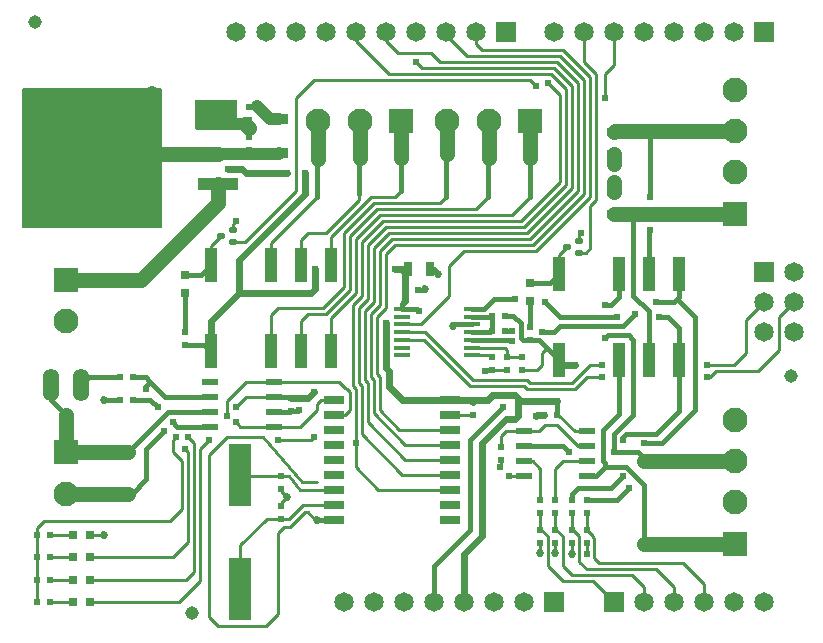
<source format=gbr>
%TF.GenerationSoftware,KiCad,Pcbnew,7.0.7*%
%TF.CreationDate,2023-10-02T21:57:18-04:00*%
%TF.ProjectId,vehicle_controL_module_0.1.0,76656869-636c-4655-9f63-6f6e74726f4c,rev?*%
%TF.SameCoordinates,Original*%
%TF.FileFunction,Copper,L1,Top*%
%TF.FilePolarity,Positive*%
%FSLAX46Y46*%
G04 Gerber Fmt 4.6, Leading zero omitted, Abs format (unit mm)*
G04 Created by KiCad (PCBNEW 7.0.7) date 2023-10-02 21:57:18*
%MOMM*%
%LPD*%
G01*
G04 APERTURE LIST*
G04 Aperture macros list*
%AMRoundRect*
0 Rectangle with rounded corners*
0 $1 Rounding radius*
0 $2 $3 $4 $5 $6 $7 $8 $9 X,Y pos of 4 corners*
0 Add a 4 corners polygon primitive as box body*
4,1,4,$2,$3,$4,$5,$6,$7,$8,$9,$2,$3,0*
0 Add four circle primitives for the rounded corners*
1,1,$1+$1,$2,$3*
1,1,$1+$1,$4,$5*
1,1,$1+$1,$6,$7*
1,1,$1+$1,$8,$9*
0 Add four rect primitives between the rounded corners*
20,1,$1+$1,$2,$3,$4,$5,0*
20,1,$1+$1,$4,$5,$6,$7,0*
20,1,$1+$1,$6,$7,$8,$9,0*
20,1,$1+$1,$8,$9,$2,$3,0*%
G04 Aperture macros list end*
%TA.AperFunction,SMDPad,CuDef*%
%ADD10R,1.400000X0.600000*%
%TD*%
%TA.AperFunction,SMDPad,CuDef*%
%ADD11R,1.778000X0.762000*%
%TD*%
%TA.AperFunction,SMDPad,CuDef*%
%ADD12R,1.930400X5.334000*%
%TD*%
%TA.AperFunction,SMDPad,CuDef*%
%ADD13RoundRect,0.571500X0.000000X0.000000X0.000000X0.000000X0.000000X0.000000X0.000000X0.000000X0*%
%TD*%
%TA.AperFunction,SMDPad,CuDef*%
%ADD14R,1.450000X0.450000*%
%TD*%
%TA.AperFunction,SMDPad,CuDef*%
%ADD15R,8.600000X10.700000*%
%TD*%
%TA.AperFunction,SMDPad,CuDef*%
%ADD16R,3.400000X1.000000*%
%TD*%
%TA.AperFunction,SMDPad,CuDef*%
%ADD17RoundRect,0.057500X0.267500X-0.172500X0.267500X0.172500X-0.267500X0.172500X-0.267500X-0.172500X0*%
%TD*%
%TA.AperFunction,SMDPad,CuDef*%
%ADD18R,1.100000X3.000000*%
%TD*%
%TA.AperFunction,SMDPad,CuDef*%
%ADD19R,0.600000X0.500000*%
%TD*%
%TA.AperFunction,SMDPad,CuDef*%
%ADD20R,0.500000X0.600000*%
%TD*%
%TA.AperFunction,SMDPad,CuDef*%
%ADD21R,0.700000X1.300000*%
%TD*%
%TA.AperFunction,ComponentPad*%
%ADD22C,2.100000*%
%TD*%
%TA.AperFunction,ComponentPad*%
%ADD23R,2.100000X2.100000*%
%TD*%
%TA.AperFunction,SMDPad,CuDef*%
%ADD24R,1.600000X0.900000*%
%TD*%
%TA.AperFunction,SMDPad,CuDef*%
%ADD25R,0.800000X0.800000*%
%TD*%
%TA.AperFunction,ComponentPad*%
%ADD26O,1.371600X2.743200*%
%TD*%
%TA.AperFunction,ComponentPad*%
%ADD27C,1.651000*%
%TD*%
%TA.AperFunction,ComponentPad*%
%ADD28R,1.651000X1.651000*%
%TD*%
%TA.AperFunction,SMDPad,CuDef*%
%ADD29R,1.300000X0.700000*%
%TD*%
%TA.AperFunction,ViaPad*%
%ADD30C,0.609600*%
%TD*%
%TA.AperFunction,ViaPad*%
%ADD31C,0.685800*%
%TD*%
%TA.AperFunction,ViaPad*%
%ADD32C,0.904800*%
%TD*%
%TA.AperFunction,Conductor*%
%ADD33C,0.406400*%
%TD*%
%TA.AperFunction,Conductor*%
%ADD34C,0.254000*%
%TD*%
%TA.AperFunction,Conductor*%
%ADD35C,1.270000*%
%TD*%
%TA.AperFunction,Conductor*%
%ADD36C,1.016000*%
%TD*%
%TA.AperFunction,Conductor*%
%ADD37C,0.609600*%
%TD*%
G04 APERTURE END LIST*
D10*
%TO.P,U1,8*%
%TO.N,N$9*%
X130757750Y-114204950D03*
%TO.P,U1,7*%
%TO.N,CANH*%
X130757750Y-112934950D03*
%TO.P,U1,6*%
%TO.N,CANL*%
X130757750Y-111664950D03*
%TO.P,U1,5*%
%TO.N,N/C*%
X130757750Y-110394950D03*
%TO.P,U1,4*%
%TO.N,RX_CAN*%
X136157750Y-110394950D03*
%TO.P,U1,3*%
%TO.N,+5V*%
X136157750Y-111664950D03*
%TO.P,U1,2*%
%TO.N,GND*%
X136157750Y-112934950D03*
%TO.P,U1,1*%
%TO.N,TX_CAN*%
X136157750Y-114204950D03*
%TD*%
D11*
%TO.P,U2,18*%
%TO.N,+5V*%
X151072650Y-111918950D03*
%TO.P,U2,17*%
%TO.N,RST_N*%
X151072650Y-113188950D03*
%TO.P,U2,16*%
%TO.N,CS_B*%
X151072650Y-114458950D03*
%TO.P,U2,15*%
%TO.N,MISO_B*%
X151072650Y-115728950D03*
%TO.P,U2,14*%
%TO.N,MOSI_B*%
X151072650Y-116998950D03*
%TO.P,U2,13*%
%TO.N,SCK_B*%
X151072650Y-118268950D03*
%TO.P,U2,12*%
%TO.N,INT*%
X151072650Y-119538950D03*
%TO.P,U2,11*%
%TO.N,N/C*%
X151072650Y-120808950D03*
%TO.P,U2,10*%
X151072650Y-122078950D03*
%TO.P,U2,9*%
%TO.N,GND*%
X141242850Y-122078950D03*
%TO.P,U2,8*%
%TO.N,N$17*%
X141242850Y-120808950D03*
%TO.P,U2,7*%
%TO.N,N$16*%
X141242850Y-119538950D03*
%TO.P,U2,6*%
%TO.N,N/C*%
X141242850Y-118268950D03*
%TO.P,U2,5*%
X141242850Y-116998950D03*
%TO.P,U2,4*%
X141242850Y-115728950D03*
%TO.P,U2,3*%
X141242850Y-114458950D03*
%TO.P,U2,2*%
%TO.N,RX_CAN*%
X141242850Y-113188950D03*
%TO.P,U2,1*%
%TO.N,TX_CAN*%
X141242850Y-111918950D03*
%TD*%
D12*
%TO.P,X1,2*%
%TO.N,N$16*%
X133330750Y-118268950D03*
%TO.P,X1,1*%
%TO.N,N$17*%
X133330750Y-127920950D03*
%TD*%
D13*
%TO.P,TP1,T*%
%TO.N,N/C*%
X129266750Y-129952950D03*
%TD*%
%TO.P,TP2,T*%
%TO.N,N/C*%
X179939750Y-109886950D03*
%TD*%
%TO.P,TP3,T*%
%TO.N,N/C*%
X115931750Y-79914950D03*
%TD*%
D14*
%TO.P,U5,P$14*%
%TO.N,SPOOF_SIGNAL_A*%
X152917750Y-104253950D03*
%TO.P,U5,P$13*%
%TO.N,N$7*%
X152917750Y-104903950D03*
%TO.P,U5,P$12*%
%TO.N,GND*%
X152917750Y-105553950D03*
%TO.P,U5,P$11*%
%TO.N,N$7*%
X152917750Y-106203950D03*
%TO.P,U5,P$10*%
%TO.N,SPOOF_SIGNAL_B*%
X152917750Y-106853950D03*
%TO.P,U5,P$9*%
%TO.N,SHDN*%
X152917750Y-107503950D03*
%TO.P,U5,P$8*%
%TO.N,LDAC*%
X152917750Y-108153950D03*
%TO.P,U5,P$7*%
%TO.N,N/C*%
X147017750Y-108153950D03*
%TO.P,U5,P$6*%
X147017750Y-107503950D03*
%TO.P,U5,P$5*%
%TO.N,MOSI_A*%
X147017750Y-106853950D03*
%TO.P,U5,P$4*%
%TO.N,SCK_A*%
X147017750Y-106203950D03*
%TO.P,U5,P$3*%
%TO.N,CS_A*%
X147017750Y-105553950D03*
%TO.P,U5,P$2*%
%TO.N,N/C*%
X147017750Y-104903950D03*
%TO.P,U5,P$1*%
%TO.N,+5V*%
X147017750Y-104253950D03*
%TD*%
D15*
%TO.P,U4,P$4*%
%TO.N,GND*%
X120825750Y-91090950D03*
D16*
%TO.P,U4,P$3*%
%TO.N,+5V*%
X131425750Y-88550950D03*
%TO.P,U4,P$2*%
%TO.N,GND*%
X131425750Y-91090950D03*
%TO.P,U4,P$1*%
%TO.N,V+*%
X131425750Y-93630950D03*
%TD*%
D17*
%TO.P,Q1,P$3*%
%TO.N,N$3*%
X160982750Y-98964950D03*
%TO.P,Q1,P$2*%
%TO.N,GND*%
X162032750Y-98464950D03*
%TO.P,Q1,P$1*%
%TO.N,SPOOF_EN*%
X162032750Y-99464950D03*
%TD*%
D18*
%TO.P,RELAY1,P$12*%
%TO.N,N$3*%
X160281750Y-101288950D03*
%TO.P,RELAY1,P$10*%
%TO.N,SIGNAL_INPUT_B*%
X165361750Y-101288950D03*
%TO.P,RELAY1,P$9*%
%TO.N,SIGNAL_OUTPUT_B*%
X167901750Y-101288950D03*
%TO.P,RELAY1,P$8*%
%TO.N,SPOOF_SIGNAL_B*%
X170441750Y-101288950D03*
%TO.P,RELAY1,P$5*%
%TO.N,SPOOF_SIGNAL_A*%
X170441750Y-108578950D03*
%TO.P,RELAY1,P$4*%
%TO.N,SIGNAL_OUTPUT_A*%
X167901750Y-108578950D03*
%TO.P,RELAY1,P$3*%
%TO.N,SIGNAL_INPUT_A*%
X165361750Y-108578950D03*
%TO.P,RELAY1,P$1*%
%TO.N,+5V*%
X160281750Y-108578950D03*
%TD*%
D19*
%TO.P,R9,P$2*%
%TO.N,GND*%
X154666750Y-109420950D03*
%TO.P,R9,P$1*%
%TO.N,LDAC*%
X154666750Y-108320950D03*
%TD*%
%TO.P,R12,P$2*%
%TO.N,GND*%
X155936750Y-109420950D03*
%TO.P,R12,P$1*%
%TO.N,SHDN*%
X155936750Y-108320950D03*
%TD*%
%TO.P,R11,P$2*%
%TO.N,SHDN*%
X157206750Y-108320950D03*
%TO.P,R11,P$1*%
%TO.N,+5V*%
X157206750Y-109420950D03*
%TD*%
D20*
%TO.P,C2,P$2*%
%TO.N,GND*%
X148358750Y-102647950D03*
%TO.P,C2,P$1*%
%TO.N,+5V*%
X147258750Y-102647950D03*
%TD*%
D21*
%TO.P,C5,P$2*%
%TO.N,GND*%
X149393750Y-100869950D03*
%TO.P,C5,P$1*%
%TO.N,+5V*%
X147493750Y-100869950D03*
%TD*%
D20*
%TO.P,R10,P$2*%
%TO.N,N$7*%
X154624750Y-106076950D03*
%TO.P,R10,P$1*%
%TO.N,+3V3*%
X155724750Y-106076950D03*
%TD*%
%TO.P,R3,P$2*%
%TO.N,N$7*%
X154624750Y-104806950D03*
%TO.P,R3,P$1*%
%TO.N,+5V*%
X155724750Y-104806950D03*
%TD*%
D19*
%TO.P,C6,P$2*%
%TO.N,GND*%
X137648750Y-112849950D03*
%TO.P,C6,P$1*%
%TO.N,+5V*%
X137648750Y-111749950D03*
%TD*%
D22*
%TO.P,CON1,P$2*%
%TO.N,GND*%
X118598750Y-105258950D03*
D23*
%TO.P,CON1,P$1*%
%TO.N,V+*%
X118598750Y-101758950D03*
%TD*%
D22*
%TO.P,CON2,P$2*%
%TO.N,CANL*%
X118598750Y-119863950D03*
D23*
%TO.P,CON2,P$1*%
%TO.N,CANH*%
X118598750Y-116363950D03*
%TD*%
D22*
%TO.P,CON4,P$4*%
%TO.N,GND*%
X175240750Y-85670950D03*
%TO.P,CON4,P$3*%
%TO.N,SIGNAL_OUTPUT_B*%
X175240750Y-89170950D03*
%TO.P,CON4,P$2*%
%TO.N,GND*%
X175240750Y-92670950D03*
D23*
%TO.P,CON4,P$1*%
%TO.N,SIGNAL_OUTPUT_A*%
X175240750Y-96170950D03*
%TD*%
D22*
%TO.P,CON3,P$4*%
%TO.N,GND*%
X175240750Y-113610950D03*
%TO.P,CON3,P$3*%
%TO.N,SIGNAL_INPUT_B*%
X175240750Y-117110950D03*
%TO.P,CON3,P$2*%
%TO.N,GND*%
X175240750Y-120610950D03*
D23*
%TO.P,CON3,P$1*%
%TO.N,SIGNAL_INPUT_A*%
X175240750Y-124110950D03*
%TD*%
D24*
%TO.P,C3,P$2*%
%TO.N,GND*%
X136632750Y-91016950D03*
%TO.P,C3,P$1*%
%TO.N,N$4*%
X136632750Y-88116950D03*
%TD*%
D19*
%TO.P,C1,P$2*%
%TO.N,GND*%
X134092750Y-90751950D03*
%TO.P,C1,P$1*%
%TO.N,+5V*%
X134092750Y-89651950D03*
%TD*%
%TO.P,R8,P$2*%
%TO.N,N$4*%
X134092750Y-87111950D03*
%TO.P,R8,P$1*%
%TO.N,+5V*%
X134092750Y-88211950D03*
%TD*%
D25*
%TO.P,D2,ANODE*%
%TO.N,N$6*%
X119118750Y-123348950D03*
%TO.P,D2,CATHODE*%
%TO.N,GND*%
X120618750Y-123348950D03*
%TD*%
D20*
%TO.P,R4,P$2*%
%TO.N,+5V*%
X116143750Y-123348950D03*
%TO.P,R4,P$1*%
%TO.N,N$6*%
X117243750Y-123348950D03*
%TD*%
D25*
%TO.P,D3,ANODE*%
%TO.N,N$1*%
X119118750Y-125253950D03*
%TO.P,D3,CATHODE*%
%TO.N,TX_CAN*%
X120618750Y-125253950D03*
%TD*%
D20*
%TO.P,R5,P$2*%
%TO.N,+5V*%
X116143750Y-125253950D03*
%TO.P,R5,P$1*%
%TO.N,N$1*%
X117243750Y-125253950D03*
%TD*%
D25*
%TO.P,D4,ANODE*%
%TO.N,N$5*%
X119118750Y-127158950D03*
%TO.P,D4,CATHODE*%
%TO.N,RX_CAN*%
X120618750Y-127158950D03*
%TD*%
D20*
%TO.P,R6,P$2*%
%TO.N,+5V*%
X116143750Y-127158950D03*
%TO.P,R6,P$1*%
%TO.N,N$5*%
X117243750Y-127158950D03*
%TD*%
D25*
%TO.P,D5,ANODE*%
%TO.N,N$8*%
X119118750Y-129063950D03*
%TO.P,D5,CATHODE*%
%TO.N,INT*%
X120618750Y-129063950D03*
%TD*%
D20*
%TO.P,R7,P$2*%
%TO.N,+5V*%
X116143750Y-129063950D03*
%TO.P,R7,P$1*%
%TO.N,N$8*%
X117243750Y-129063950D03*
%TD*%
D26*
%TO.P,JP6,2*%
%TO.N,N$2*%
X119868750Y-110648950D03*
%TO.P,JP6,1*%
%TO.N,CANH*%
X117328750Y-110648950D03*
%TD*%
D20*
%TO.P,R13,P$2*%
%TO.N,N$2*%
X123128750Y-110013950D03*
%TO.P,R13,P$1*%
%TO.N,CANL*%
X124228750Y-110013950D03*
%TD*%
D19*
%TO.P,C7,P$2*%
%TO.N,N$16*%
X136759750Y-118353950D03*
%TO.P,C7,P$1*%
%TO.N,GND*%
X136759750Y-119453950D03*
%TD*%
%TO.P,C4,P$2*%
%TO.N,N$17*%
X136759750Y-121993950D03*
%TO.P,C4,P$1*%
%TO.N,GND*%
X136759750Y-120893950D03*
%TD*%
D20*
%TO.P,R14,P$2*%
%TO.N,GND*%
X123128750Y-111918950D03*
%TO.P,R14,P$1*%
%TO.N,N$9*%
X124228750Y-111918950D03*
%TD*%
D19*
%TO.P,R2,P$2*%
%TO.N,RST_N*%
X153015750Y-113230950D03*
%TO.P,R2,P$1*%
%TO.N,+5V*%
X153015750Y-112130950D03*
%TD*%
D25*
%TO.P,D1,ANODE*%
%TO.N,N$10*%
X157841750Y-103524950D03*
%TO.P,D1,CATHODE*%
%TO.N,N$3*%
X157841750Y-102024950D03*
%TD*%
D19*
%TO.P,R1,P$2*%
%TO.N,+5V*%
X157841750Y-106880950D03*
%TO.P,R1,P$1*%
%TO.N,N$10*%
X157841750Y-105780950D03*
%TD*%
%TO.P,R15,P$2*%
%TO.N,ADC0*%
X158730750Y-121485950D03*
%TO.P,R15,P$1*%
%TO.N,N$13*%
X158730750Y-120385950D03*
%TD*%
%TO.P,R16,P$2*%
%TO.N,ADC1*%
X160000750Y-121485950D03*
%TO.P,R16,P$1*%
%TO.N,N$12*%
X160000750Y-120385950D03*
%TD*%
%TO.P,R17,P$2*%
%TO.N,GND*%
X158730750Y-124025950D03*
%TO.P,R17,P$1*%
%TO.N,ADC0*%
X158730750Y-122925950D03*
%TD*%
%TO.P,R18,P$2*%
%TO.N,GND*%
X160000750Y-124025950D03*
%TO.P,R18,P$1*%
%TO.N,ADC1*%
X160000750Y-122925950D03*
%TD*%
%TO.P,R19,P$2*%
%TO.N,ADC2*%
X161397750Y-121485950D03*
%TO.P,R19,P$1*%
%TO.N,SPOOF_SIGNAL_A*%
X161397750Y-120385950D03*
%TD*%
%TO.P,R20,P$2*%
%TO.N,ADC3*%
X162667750Y-121485950D03*
%TO.P,R20,P$1*%
%TO.N,SPOOF_SIGNAL_B*%
X162667750Y-120385950D03*
%TD*%
%TO.P,R21,P$2*%
%TO.N,GND*%
X161397750Y-124025950D03*
%TO.P,R21,P$1*%
%TO.N,ADC2*%
X161397750Y-122925950D03*
%TD*%
%TO.P,R22,P$2*%
%TO.N,GND*%
X162667750Y-124025950D03*
%TO.P,R22,P$1*%
%TO.N,ADC3*%
X162667750Y-122925950D03*
%TD*%
D27*
%TO.P,JP1,18*%
%TO.N,N/C*%
X132949750Y-80803950D03*
%TO.P,JP1,17*%
X135489750Y-80803950D03*
%TO.P,JP1,16*%
%TO.N,REF*%
X138029750Y-80803950D03*
%TO.P,JP1,15*%
%TO.N,GND*%
X140569750Y-80803950D03*
%TO.P,JP1,14*%
%TO.N,SCK_B*%
X143109750Y-80803950D03*
%TO.P,JP1,13*%
%TO.N,MISO_B*%
X145649750Y-80803950D03*
%TO.P,JP1,12*%
%TO.N,MOSI_B*%
X148189750Y-80803950D03*
%TO.P,JP1,11*%
%TO.N,CS_B*%
X150729750Y-80803950D03*
%TO.P,JP1,10*%
%TO.N,CS_A*%
X153269750Y-80803950D03*
D28*
%TO.P,JP1,9*%
%TO.N,IO8*%
X155809750Y-80803950D03*
%TD*%
D27*
%TO.P,JP2,8*%
%TO.N,INT*%
X159873750Y-80803950D03*
%TO.P,JP2,7*%
%TO.N,SPOOF_EN*%
X162413750Y-80803950D03*
%TO.P,JP2,6*%
%TO.N,RELAY_EN*%
X164953750Y-80803950D03*
%TO.P,JP2,5*%
%TO.N,IO4*%
X167493750Y-80803950D03*
%TO.P,JP2,4*%
%TO.N,IO3*%
X170033750Y-80803950D03*
%TO.P,JP2,3*%
%TO.N,IO2*%
X172573750Y-80803950D03*
%TO.P,JP2,2*%
%TO.N,IO1*%
X175113750Y-80803950D03*
D28*
%TO.P,JP2,1*%
%TO.N,IO0*%
X177653750Y-80803950D03*
%TD*%
D27*
%TO.P,JP3,38*%
%TO.N,N/C*%
X180193750Y-101123950D03*
%TO.P,JP3,37*%
%TO.N,MOSI_A*%
X180193750Y-103663950D03*
%TO.P,JP3,36*%
%TO.N,GND*%
X180193750Y-106203950D03*
%TO.P,JP3,35*%
%TO.N,N/C*%
X177653750Y-106203950D03*
%TO.P,JP3,34*%
%TO.N,SCK_A*%
X177653750Y-103663950D03*
D28*
%TO.P,JP3,33*%
%TO.N,MISO_A*%
X177653750Y-101123950D03*
%TD*%
D27*
%TO.P,JP4,32*%
%TO.N,ADC5*%
X177653750Y-129063950D03*
%TO.P,JP4,31*%
%TO.N,ADC4*%
X175113750Y-129063950D03*
%TO.P,JP4,30*%
%TO.N,ADC3*%
X172573750Y-129063950D03*
%TO.P,JP4,29*%
%TO.N,ADC2*%
X170033750Y-129063950D03*
%TO.P,JP4,28*%
%TO.N,ADC1*%
X167493750Y-129063950D03*
D28*
%TO.P,JP4,27*%
%TO.N,ADC0*%
X164953750Y-129063950D03*
%TD*%
%TO.P,JP5,26*%
%TO.N,VIN*%
X159873750Y-129063950D03*
D27*
%TO.P,JP5,25*%
%TO.N,GND*%
X157333750Y-129063950D03*
%TO.P,JP5,24*%
X154793750Y-129063950D03*
%TO.P,JP5,23*%
%TO.N,+5V*%
X152253750Y-129063950D03*
%TO.P,JP5,22*%
%TO.N,+3V3*%
X149713750Y-129063950D03*
%TO.P,JP5,21*%
%TO.N,RST*%
X147173750Y-129063950D03*
%TO.P,JP5,20*%
%TO.N,ADC7*%
X144633750Y-129063950D03*
%TO.P,JP5,19*%
%TO.N,ADC6*%
X142093750Y-129063950D03*
%TD*%
D10*
%TO.P,U6,8*%
%TO.N,+5V*%
X162700750Y-114585950D03*
%TO.P,U6,7*%
%TO.N,N$11*%
X162700750Y-115855950D03*
%TO.P,U6,6*%
%TO.N,N$12*%
X162700750Y-117125950D03*
%TO.P,U6,5*%
%TO.N,SIGNAL_INPUT_A*%
X162700750Y-118395950D03*
%TO.P,U6,4*%
%TO.N,GND*%
X157300750Y-118395950D03*
%TO.P,U6,3*%
%TO.N,N$13*%
X157300750Y-117125950D03*
%TO.P,U6,2*%
%TO.N,SIGNAL_INPUT_B*%
X157300750Y-115855950D03*
%TO.P,U6,1*%
%TO.N,N$11*%
X157300750Y-114585950D03*
%TD*%
D19*
%TO.P,R23,P$2*%
%TO.N,GND*%
X155428750Y-117040950D03*
%TO.P,R23,P$1*%
%TO.N,N$11*%
X155428750Y-115940950D03*
%TD*%
D20*
%TO.P,C8,P$2*%
%TO.N,GND*%
X159069750Y-113188950D03*
%TO.P,C8,P$1*%
%TO.N,+5V*%
X160169750Y-113188950D03*
%TD*%
D29*
%TO.P,C9,P$2*%
%TO.N,GND*%
X164953750Y-94331950D03*
%TO.P,C9,P$1*%
%TO.N,SIGNAL_OUTPUT_A*%
X164953750Y-96231950D03*
%TD*%
%TO.P,C10,P$2*%
%TO.N,GND*%
X164953750Y-91151950D03*
%TO.P,C10,P$1*%
%TO.N,SIGNAL_OUTPUT_B*%
X164953750Y-89251950D03*
%TD*%
D17*
%TO.P,Q10,P$3*%
%TO.N,N$25*%
X131645750Y-98075950D03*
%TO.P,Q10,P$2*%
%TO.N,GND*%
X132695750Y-97575950D03*
%TO.P,Q10,P$1*%
%TO.N,RELAY_EN*%
X132695750Y-98575950D03*
%TD*%
D18*
%TO.P,RELAY2,P$12*%
%TO.N,N$25*%
X130817750Y-100526950D03*
%TO.P,RELAY2,P$10*%
%TO.N,RELAY_NC_B*%
X135897750Y-100526950D03*
%TO.P,RELAY2,P$9*%
%TO.N,RELAY_COM_B*%
X138437750Y-100526950D03*
%TO.P,RELAY2,P$8*%
%TO.N,RELAY_NO_B*%
X140977750Y-100526950D03*
%TO.P,RELAY2,P$5*%
%TO.N,RELAY_NO_A*%
X140977750Y-107816950D03*
%TO.P,RELAY2,P$4*%
%TO.N,RELAY_COM_A*%
X138437750Y-107816950D03*
%TO.P,RELAY2,P$3*%
%TO.N,RELAY_NC_A*%
X135897750Y-107816950D03*
%TO.P,RELAY2,P$1*%
%TO.N,+5V*%
X130817750Y-107816950D03*
%TD*%
D25*
%TO.P,D17,ANODE*%
%TO.N,N$34*%
X128631750Y-102889950D03*
%TO.P,D17,CATHODE*%
%TO.N,N$25*%
X128631750Y-101389950D03*
%TD*%
D19*
%TO.P,R103,P$2*%
%TO.N,+5V*%
X128631750Y-107261950D03*
%TO.P,R103,P$1*%
%TO.N,N$34*%
X128631750Y-106161950D03*
%TD*%
D22*
%TO.P,CON9,P$3*%
%TO.N,RELAY_NC_A*%
X150841750Y-88296950D03*
%TO.P,CON9,P$2*%
%TO.N,RELAY_COM_A*%
X154341750Y-88296950D03*
D23*
%TO.P,CON9,P$1*%
%TO.N,RELAY_NO_A*%
X157841750Y-88296950D03*
%TD*%
D22*
%TO.P,CON10,P$3*%
%TO.N,RELAY_NC_B*%
X139919750Y-88296950D03*
%TO.P,CON10,P$2*%
%TO.N,RELAY_COM_B*%
X143419750Y-88296950D03*
D23*
%TO.P,CON10,P$1*%
%TO.N,RELAY_NO_B*%
X146919750Y-88296950D03*
%TD*%
D30*
%TO.N,RELAY_EN*%
X164191750Y-86391950D03*
X158349750Y-85375950D03*
%TO.N,INT*%
X143109750Y-115601950D03*
X139553750Y-115093950D03*
X136505750Y-115347950D03*
X130663750Y-115347950D03*
X159365750Y-85121950D03*
%TO.N,N$9*%
X126345750Y-112553950D03*
X127615750Y-113823950D03*
%TO.N,+3V3*%
X155555750Y-112553950D03*
X156317750Y-106076950D03*
%TO.N,SIGNAL_INPUT_B*%
X164191750Y-103917950D03*
X164191750Y-106711950D03*
X164953750Y-116363950D03*
X161143750Y-116363950D03*
%TO.N,SPOOF_SIGNAL_A*%
X165715750Y-118395950D03*
X165715750Y-115347950D03*
X168763750Y-104933950D03*
X165207750Y-104933950D03*
X159111750Y-103663950D03*
X156571750Y-103409950D03*
%TO.N,SPOOF_SIGNAL_B*%
X167493750Y-115601950D03*
X166223750Y-119411950D03*
X168509750Y-103663950D03*
X166731750Y-104679950D03*
X158857750Y-106203950D03*
X156317750Y-106965950D03*
%TO.N,SIGNAL_OUTPUT_B*%
X168001750Y-94773950D03*
X168001750Y-97567950D03*
%TO.N,+5V*%
X161651750Y-108997950D03*
X160127750Y-112045950D03*
X132314750Y-92360950D03*
X137267750Y-92741950D03*
X138791750Y-92741950D03*
X132695750Y-87407950D03*
X131425750Y-87407950D03*
X130155750Y-87407950D03*
X139680750Y-100869950D03*
X146411750Y-100869950D03*
X148443750Y-104425950D03*
X145649750Y-105441950D03*
X139553750Y-111283950D03*
X145903750Y-110775950D03*
X132949750Y-112553950D03*
X127869750Y-115093950D03*
%TO.N,SCK_A*%
X163937750Y-108997950D03*
X172827750Y-108997950D03*
%TO.N,MOSI_B*%
X148189750Y-83343950D03*
%TO.N,MOSI_A*%
X163937750Y-110013950D03*
X172827750Y-110013950D03*
%TO.N,CANL*%
X125329750Y-111029950D03*
X126853750Y-114585950D03*
%TO.N,RX_CAN*%
X132187750Y-113315950D03*
X128885750Y-115093950D03*
%TO.N,TX_CAN*%
X132949750Y-113823950D03*
X128631750Y-116109950D03*
%TO.N,GND*%
X158349750Y-113315950D03*
X132949750Y-96805950D03*
X154031750Y-109505950D03*
X155301750Y-117633950D03*
X156063750Y-118395950D03*
X162159750Y-97821950D03*
X164953750Y-91979950D03*
X164953750Y-93503950D03*
X138283750Y-112807950D03*
X162667750Y-124999950D03*
D31*
X161397750Y-124999950D03*
X137267750Y-120173950D03*
D32*
X115677750Y-96551950D03*
X125837750Y-85756950D03*
X125837750Y-87026950D03*
X125837750Y-88296950D03*
X125837750Y-89566950D03*
X125837750Y-90836950D03*
X125837750Y-92106950D03*
X125837750Y-93376950D03*
X125837750Y-94646950D03*
X125837750Y-95916950D03*
X115677750Y-86391950D03*
X115677750Y-87661950D03*
X115677750Y-88931950D03*
X115677750Y-90201950D03*
X115677750Y-91471950D03*
X115677750Y-92741950D03*
X115677750Y-94011950D03*
X115677750Y-95281950D03*
D31*
X150094750Y-101250950D03*
X148951750Y-102520950D03*
X151364750Y-105695950D03*
X139807750Y-122078950D03*
X158730750Y-124872950D03*
X160000750Y-124872950D03*
X121773750Y-123348950D03*
X121773750Y-111918950D03*
%TD*%
D33*
%TO.N,RELAY_NC_B*%
X139807750Y-91695950D02*
X139919750Y-91583950D01*
X139807750Y-94773950D02*
X139807750Y-91695950D01*
D34*
X135897750Y-98683950D02*
X139807750Y-94773950D01*
X135897750Y-100526950D02*
X135897750Y-98683950D01*
D35*
X139919750Y-91583950D02*
X139919750Y-88296950D01*
D33*
%TO.N,RELAY_NO_B*%
X146919750Y-94265950D02*
X146919750Y-91471950D01*
D34*
X146411750Y-94773950D02*
X146919750Y-94265950D01*
X144379750Y-94773950D02*
X146411750Y-94773950D01*
X140977750Y-98175950D02*
X144379750Y-94773950D01*
X140977750Y-100526950D02*
X140977750Y-98175950D01*
D35*
X146919750Y-91471950D02*
X146919750Y-88296950D01*
D33*
%TO.N,RELAY_NO_A*%
X157841750Y-94773950D02*
X157841750Y-91471950D01*
D34*
X156317750Y-96297950D02*
X157841750Y-94773950D01*
X145141750Y-96297950D02*
X156317750Y-96297950D01*
X143109750Y-98329950D02*
X145141750Y-96297950D01*
X143109750Y-98583950D02*
X143109750Y-98329950D01*
D35*
X157841750Y-91471950D02*
X157841750Y-88296950D01*
D34*
X140977750Y-105033950D02*
X143109750Y-102901950D01*
X143109750Y-102901950D02*
X143109750Y-98583950D01*
X140977750Y-107816950D02*
X140977750Y-105033950D01*
%TO.N,RELAY_NC_A*%
X142093750Y-102393950D02*
X142093750Y-97821950D01*
D33*
X150729750Y-90313950D02*
X150841750Y-90201950D01*
X150729750Y-94773950D02*
X150729750Y-90313950D01*
D34*
X150221750Y-95281950D02*
X150729750Y-94773950D01*
X144633750Y-95281950D02*
X150221750Y-95281950D01*
X142093750Y-97821950D02*
X144633750Y-95281950D01*
D35*
X150841750Y-90201950D02*
X150841750Y-91105950D01*
X150841750Y-90201950D02*
X150841750Y-88296950D01*
D34*
X140315750Y-104171950D02*
X142093750Y-102393950D01*
X136505750Y-104171950D02*
X140315750Y-104171950D01*
X135897750Y-104779950D02*
X136505750Y-104171950D01*
X135897750Y-107816950D02*
X135897750Y-104779950D01*
D33*
%TO.N,N$34*%
X128631750Y-106161950D02*
X128631750Y-102889950D01*
D34*
%TO.N,N$25*%
X130817750Y-98903950D02*
X131645750Y-98075950D01*
X130817750Y-100526950D02*
X130817750Y-98903950D01*
D33*
X129954750Y-101389950D02*
X130817750Y-100526950D01*
X128631750Y-101389950D02*
X129954750Y-101389950D01*
D34*
%TO.N,RELAY_EN*%
X164953750Y-83597950D02*
X164953750Y-80803950D01*
X164191750Y-84359950D02*
X164953750Y-83597950D01*
X164191750Y-86391950D02*
X164191750Y-84359950D01*
X157841750Y-84867950D02*
X158349750Y-85375950D01*
X139553750Y-84867950D02*
X157841750Y-84867950D01*
X138029750Y-86391950D02*
X139553750Y-84867950D01*
X138029750Y-94265950D02*
X138029750Y-86391950D01*
X133719750Y-98575950D02*
X138029750Y-94265950D01*
X132695750Y-98575950D02*
X133719750Y-98575950D01*
%TO.N,RELAY_COM_A*%
X142601750Y-102647950D02*
X142601750Y-98075950D01*
D33*
X154285750Y-90765950D02*
X154341750Y-90709950D01*
X154285750Y-94773950D02*
X154285750Y-90765950D01*
D34*
X153269750Y-95789950D02*
X154285750Y-94773950D01*
X144887750Y-95789950D02*
X153269750Y-95789950D01*
X142601750Y-98075950D02*
X144887750Y-95789950D01*
X140569750Y-104679950D02*
X142601750Y-102647950D01*
X139045750Y-104679950D02*
X140569750Y-104679950D01*
X138437750Y-105287950D02*
X139045750Y-104679950D01*
X138437750Y-107816950D02*
X138437750Y-105287950D01*
D35*
X154341750Y-90709950D02*
X154341750Y-91415950D01*
X154341750Y-90709950D02*
X154341750Y-88296950D01*
D33*
%TO.N,RELAY_COM_B*%
X143363750Y-90003950D02*
X143419750Y-89947950D01*
X143363750Y-94519950D02*
X143363750Y-90003950D01*
D34*
X143363750Y-95027950D02*
X143363750Y-94519950D01*
X140569750Y-97821950D02*
X143363750Y-95027950D01*
X139045750Y-97821950D02*
X140569750Y-97821950D01*
X138437750Y-98429950D02*
X139045750Y-97821950D01*
X138437750Y-100526950D02*
X138437750Y-98429950D01*
D35*
X143419750Y-89947950D02*
X143419750Y-91415950D01*
X143419750Y-89947950D02*
X143419750Y-88296950D01*
D34*
%TO.N,N$13*%
X158095750Y-117125950D02*
X157300750Y-117125950D01*
X158730750Y-117760950D02*
X158095750Y-117125950D01*
X158730750Y-120385950D02*
X158730750Y-117760950D01*
%TO.N,N$12*%
X160000750Y-117760950D02*
X160000750Y-120385950D01*
X160635750Y-117125950D02*
X160000750Y-117760950D01*
X162700750Y-117125950D02*
X160635750Y-117125950D01*
%TO.N,N$11*%
X155428750Y-114966950D02*
X155809750Y-114585950D01*
X155428750Y-115940950D02*
X155428750Y-114966950D01*
X155809750Y-114585950D02*
X157300750Y-114585950D01*
X161905750Y-115855950D02*
X160127750Y-114077950D01*
X162700750Y-115855950D02*
X161905750Y-115855950D01*
X160127750Y-114077950D02*
X159111750Y-114077950D01*
X158603750Y-114585950D02*
X159111750Y-114077950D01*
X158603750Y-114585950D02*
X157300750Y-114585950D01*
%TO.N,SPOOF_EN*%
X162921750Y-95535950D02*
X163429750Y-95027950D01*
X162413750Y-83343950D02*
X162413750Y-80803950D01*
X163429750Y-84359950D02*
X162413750Y-83343950D01*
X163429750Y-95027950D02*
X163429750Y-84359950D01*
X162921750Y-99091950D02*
X162921750Y-95535950D01*
X162548750Y-99464950D02*
X162921750Y-99091950D01*
X162032750Y-99464950D02*
X162548750Y-99464950D01*
%TO.N,INT*%
X139299750Y-115347950D02*
X139553750Y-115093950D01*
X136505750Y-115347950D02*
X139299750Y-115347950D01*
X129901750Y-116109950D02*
X130663750Y-115347950D01*
X129901750Y-127285950D02*
X129901750Y-116109950D01*
X128123750Y-129063950D02*
X129901750Y-127285950D01*
X120618750Y-129063950D02*
X128123750Y-129063950D01*
X145395750Y-96805950D02*
X157079750Y-96805950D01*
X160381750Y-86137950D02*
X159365750Y-85121950D01*
X160381750Y-93503950D02*
X160381750Y-86137950D01*
X157079750Y-96805950D02*
X160381750Y-93503950D01*
X143617750Y-103155950D02*
X143617750Y-98583950D01*
X143617750Y-98583950D02*
X145395750Y-96805950D01*
X142855750Y-110775950D02*
X142855750Y-103917950D01*
X143109750Y-111029950D02*
X142855750Y-110775950D01*
X143109750Y-115601950D02*
X143109750Y-111029950D01*
X143109750Y-117633950D02*
X143109750Y-115601950D01*
X142855750Y-103917950D02*
X143617750Y-103155950D01*
X145014750Y-119538950D02*
X143109750Y-117633950D01*
X151072650Y-119538950D02*
X145014750Y-119538950D01*
D33*
%TO.N,N$10*%
X157841750Y-103524950D02*
X157841750Y-105780950D01*
%TO.N,N$9*%
X125710750Y-111918950D02*
X126345750Y-112553950D01*
X124228750Y-111918950D02*
X125710750Y-111918950D01*
X127996750Y-114204950D02*
X127615750Y-113823950D01*
X130757750Y-114204950D02*
X127996750Y-114204950D01*
%TO.N,N$2*%
X120503750Y-110013950D02*
X119868750Y-110648950D01*
X123128750Y-110013950D02*
X120503750Y-110013950D01*
D34*
%TO.N,N$8*%
X117243750Y-129063950D02*
X119118750Y-129063950D01*
%TO.N,N$5*%
X117243750Y-127158950D02*
X119118750Y-127158950D01*
%TO.N,N$1*%
X117243750Y-125253950D02*
X119118750Y-125253950D01*
%TO.N,N$6*%
X117243750Y-123348950D02*
X119118750Y-123348950D01*
%TO.N,N$4*%
X134177750Y-87026950D02*
X134092750Y-87111950D01*
X134727750Y-87026950D02*
X134177750Y-87026950D01*
D36*
X135817750Y-88116950D02*
X134727750Y-87026950D01*
X136632750Y-88116950D02*
X135817750Y-88116950D01*
D33*
%TO.N,N$7*%
X154624750Y-106076950D02*
X154624750Y-104806950D01*
X154624750Y-104806950D02*
X154527750Y-104903950D01*
X152917750Y-104903950D02*
X154527750Y-104903950D01*
X154497750Y-106203950D02*
X154624750Y-106076950D01*
X152917750Y-106203950D02*
X154497750Y-106203950D01*
%TO.N,+3V3*%
X152761750Y-115347950D02*
X155555750Y-112553950D01*
X152761750Y-122967950D02*
X152761750Y-115347950D01*
X149713750Y-126015950D02*
X152761750Y-122967950D01*
X149713750Y-129063950D02*
X149713750Y-126015950D01*
X155724750Y-106076950D02*
X156317750Y-106076950D01*
D34*
%TO.N,SHDN*%
X155936750Y-108320950D02*
X157206750Y-108320950D01*
X155936750Y-107727950D02*
X155712750Y-107503950D01*
X155936750Y-108320950D02*
X155936750Y-107727950D01*
X152917750Y-107503950D02*
X155712750Y-107503950D01*
%TO.N,LDAC*%
X154499750Y-108153950D02*
X154666750Y-108320950D01*
X152917750Y-108153950D02*
X154499750Y-108153950D01*
D33*
%TO.N,SIGNAL_INPUT_B*%
X165361750Y-103255950D02*
X164699750Y-103917950D01*
X165361750Y-101288950D02*
X165361750Y-103255950D01*
X164953750Y-114839950D02*
X166604750Y-113188950D01*
X164699750Y-103917950D02*
X164191750Y-103917950D01*
X164445750Y-106457950D02*
X164191750Y-106711950D01*
X166223750Y-106457950D02*
X164445750Y-106457950D01*
X166604750Y-106838950D02*
X166223750Y-106457950D01*
X166604750Y-113188950D02*
X166604750Y-106838950D01*
X164953750Y-116363950D02*
X164953750Y-114839950D01*
X167015750Y-116363950D02*
X167762750Y-117110950D01*
X167015750Y-116363950D02*
X164953750Y-116363950D01*
X160635750Y-115855950D02*
X161143750Y-116363950D01*
X157300750Y-115855950D02*
X160635750Y-115855950D01*
D35*
X167762750Y-117110950D02*
X167493750Y-117125950D01*
X167762750Y-117110950D02*
X175240750Y-117110950D01*
D33*
%TO.N,SIGNAL_INPUT_A*%
X164064750Y-114458950D02*
X165361750Y-113161950D01*
X164064750Y-117125950D02*
X164064750Y-114458950D01*
X164191750Y-117252950D02*
X164064750Y-117125950D01*
X164191750Y-117633950D02*
X164191750Y-117252950D01*
X165361750Y-113161950D02*
X165361750Y-108578950D01*
X167493750Y-119157950D02*
X167493750Y-124110950D01*
X165969750Y-117633950D02*
X167493750Y-119157950D01*
X164191750Y-117633950D02*
X165969750Y-117633950D01*
X163429750Y-118395950D02*
X164191750Y-117633950D01*
X162700750Y-118395950D02*
X163429750Y-118395950D01*
D35*
X167493750Y-124110950D02*
X175240750Y-124110950D01*
D33*
%TO.N,SIGNAL_OUTPUT_A*%
X166604750Y-96551950D02*
X166223750Y-96170950D01*
X166604750Y-103155950D02*
X166604750Y-96551950D01*
X167901750Y-104452950D02*
X166604750Y-103155950D01*
X167901750Y-108578950D02*
X167901750Y-104452950D01*
D35*
X165014750Y-96170950D02*
X164953750Y-96231950D01*
X166223750Y-96170950D02*
X165014750Y-96170950D01*
X166223750Y-96170950D02*
X175240750Y-96170950D01*
D33*
%TO.N,SPOOF_SIGNAL_A*%
X164699750Y-119411950D02*
X165715750Y-118395950D01*
X161905750Y-119411950D02*
X164699750Y-119411950D01*
X161397750Y-119919950D02*
X161905750Y-119411950D01*
X161397750Y-120385950D02*
X161397750Y-119919950D01*
X165715750Y-115093950D02*
X165715750Y-115347950D01*
X165969750Y-114839950D02*
X165715750Y-115093950D01*
X168509750Y-114839950D02*
X165969750Y-114839950D01*
X170441750Y-112907950D02*
X168509750Y-114839950D01*
X170441750Y-108578950D02*
X170441750Y-112907950D01*
X170441750Y-105849950D02*
X169525750Y-104933950D01*
X170441750Y-105849950D02*
X170441750Y-108578950D01*
X153949750Y-104253950D02*
X154793750Y-103409950D01*
X169525750Y-104933950D02*
X168763750Y-104933950D01*
X160381750Y-104933950D02*
X165207750Y-104933950D01*
X159111750Y-103663950D02*
X160381750Y-104933950D01*
X154793750Y-103409950D02*
X156571750Y-103409950D01*
X152917750Y-104253950D02*
X153949750Y-104253950D01*
%TO.N,SPOOF_SIGNAL_B*%
X169017750Y-115601950D02*
X171811750Y-112807950D01*
X171811750Y-104933950D02*
X170287750Y-103409950D01*
X171811750Y-112807950D02*
X171811750Y-104933950D01*
X167493750Y-115601950D02*
X169017750Y-115601950D01*
X165249750Y-120385950D02*
X166223750Y-119411950D01*
X162667750Y-120385950D02*
X165249750Y-120385950D01*
X170287750Y-103409950D02*
X170033750Y-103663950D01*
X170287750Y-103409950D02*
X170441750Y-103255950D01*
X170441750Y-101288950D02*
X170441750Y-103255950D01*
X160381750Y-105695950D02*
X165715750Y-105695950D01*
X170033750Y-103663950D02*
X168509750Y-103663950D01*
X165715750Y-105695950D02*
X166731750Y-104679950D01*
X159873750Y-106203950D02*
X160381750Y-105695950D01*
X158857750Y-106203950D02*
X159873750Y-106203950D01*
X156205750Y-106853950D02*
X156317750Y-106965950D01*
X152917750Y-106853950D02*
X156205750Y-106853950D01*
%TO.N,SIGNAL_OUTPUT_B*%
X168001750Y-94773950D02*
X168001750Y-89170950D01*
X167901750Y-97667950D02*
X168001750Y-97567950D01*
X167901750Y-101288950D02*
X167901750Y-97667950D01*
D35*
X165034750Y-89170950D02*
X164953750Y-89251950D01*
X168001750Y-89170950D02*
X165034750Y-89170950D01*
X168001750Y-89170950D02*
X175240750Y-89170950D01*
D33*
%TO.N,N$3*%
X159545750Y-102024950D02*
X160281750Y-101288950D01*
X157841750Y-102024950D02*
X159545750Y-102024950D01*
D34*
X160281750Y-99665950D02*
X160982750Y-98964950D01*
X160281750Y-101288950D02*
X160281750Y-99665950D01*
D37*
%TO.N,+5V*%
X130817750Y-105287950D02*
X133203750Y-102901950D01*
D33*
X160169750Y-113188950D02*
X160169750Y-112087950D01*
X160169750Y-112087950D02*
X160127750Y-112045950D01*
D37*
X160700750Y-108997950D02*
X160281750Y-108578950D01*
X161651750Y-108997950D02*
X160700750Y-108997950D01*
X160127750Y-112045950D02*
X157079750Y-112045950D01*
X133457750Y-92360950D02*
X132314750Y-92360950D01*
X133838750Y-92741950D02*
X133457750Y-92360950D01*
X137267750Y-92741950D02*
X133838750Y-92741950D01*
X138791750Y-94519950D02*
X138791750Y-92741950D01*
X133203750Y-100107950D02*
X138791750Y-94519950D01*
X133203750Y-102901950D02*
X133203750Y-100107950D01*
D33*
X156825750Y-111791950D02*
X157079750Y-112045950D01*
D37*
X147258750Y-101208950D02*
X146919750Y-100869950D01*
X147258750Y-102647950D02*
X147258750Y-101208950D01*
X130817750Y-107816950D02*
X130817750Y-105287950D01*
X133203750Y-102901950D02*
X139299750Y-102901950D01*
X139680750Y-102520950D02*
X139299750Y-102901950D01*
X139680750Y-100869950D02*
X139680750Y-102520950D01*
X146919750Y-100869950D02*
X146411750Y-100869950D01*
X146919750Y-100869950D02*
X147493750Y-100869950D01*
X147258750Y-103578950D02*
X147173750Y-103663950D01*
X147258750Y-103578950D02*
X147258750Y-102647950D01*
D33*
X147173750Y-103663950D02*
X147017750Y-103819950D01*
X147017750Y-104253950D02*
X147017750Y-103819950D01*
X148271750Y-104253950D02*
X148443750Y-104425950D01*
X148271750Y-104253950D02*
X147017750Y-104253950D01*
D37*
X145649750Y-109251950D02*
X145649750Y-105441950D01*
X145903750Y-109505950D02*
X145649750Y-109251950D01*
X145903750Y-110775950D02*
X145903750Y-109505950D01*
X153015750Y-112130950D02*
X153015750Y-111918950D01*
X139087750Y-111749950D02*
X139553750Y-111283950D01*
X137648750Y-111749950D02*
X139087750Y-111749950D01*
X147046750Y-111918950D02*
X145903750Y-110775950D01*
X151072650Y-111918950D02*
X147046750Y-111918950D01*
X156825750Y-113315950D02*
X156825750Y-111791950D01*
X156571750Y-113569950D02*
X156825750Y-113315950D01*
X155809750Y-113569950D02*
X156571750Y-113569950D01*
X153777750Y-115601950D02*
X155809750Y-113569950D01*
X153015750Y-111918950D02*
X151072650Y-111918950D01*
X153015750Y-111918950D02*
X154285750Y-111918950D01*
X154666750Y-111537950D02*
X154285750Y-111918950D01*
X156571750Y-111537950D02*
X154666750Y-111537950D01*
X156825750Y-111791950D02*
X156571750Y-111537950D01*
X152253750Y-124999950D02*
X153777750Y-123475950D01*
X153777750Y-123475950D02*
X153777750Y-115601950D01*
X152253750Y-129063950D02*
X152253750Y-124999950D01*
D33*
X156444750Y-104806950D02*
X157079750Y-105441950D01*
X155724750Y-104806950D02*
X156444750Y-104806950D01*
X157079750Y-105441950D02*
X157079750Y-106711950D01*
X157248750Y-106880950D02*
X157079750Y-106711950D01*
X157841750Y-106880950D02*
X157248750Y-106880950D01*
D34*
X158857750Y-107981950D02*
X159271250Y-107568450D01*
X158857750Y-108997950D02*
X158857750Y-107981950D01*
X158434750Y-109420950D02*
X158857750Y-108997950D01*
X157206750Y-109420950D02*
X158434750Y-109420950D01*
D33*
X160281750Y-108578950D02*
X159271250Y-107568450D01*
X159271250Y-107568450D02*
X158583750Y-106880950D01*
X158583750Y-106880950D02*
X157841750Y-106880950D01*
D34*
X133838750Y-111664950D02*
X132949750Y-112553950D01*
X136157750Y-111664950D02*
X133838750Y-111664950D01*
X128377750Y-117125950D02*
X127615750Y-116363950D01*
X127615750Y-115347950D02*
X127869750Y-115093950D01*
X127615750Y-116363950D02*
X127615750Y-115347950D01*
X128377750Y-121189950D02*
X128377750Y-117125950D01*
X127361750Y-122205950D02*
X128377750Y-121189950D01*
X116693750Y-122205950D02*
X127361750Y-122205950D01*
X116143750Y-122755950D02*
X116693750Y-122205950D01*
X116143750Y-123348950D02*
X116143750Y-122755950D01*
D33*
X130817750Y-107816950D02*
X130262750Y-107261950D01*
X128631750Y-107261950D02*
X130262750Y-107261950D01*
X137563750Y-111664950D02*
X137648750Y-111749950D01*
X137563750Y-111664950D02*
X136157750Y-111664950D01*
D34*
X161651750Y-114585950D02*
X160254750Y-113188950D01*
X162700750Y-114585950D02*
X161651750Y-114585950D01*
X160254750Y-113188950D02*
X160169750Y-113188950D01*
X116143750Y-125253950D02*
X116143750Y-123348950D01*
X116143750Y-127158950D02*
X116143750Y-125253950D01*
X116143750Y-129063950D02*
X116143750Y-127158950D01*
X134050750Y-88211950D02*
X133711750Y-88550950D01*
X134092750Y-88211950D02*
X134050750Y-88211950D01*
X134092750Y-89651950D02*
X134092750Y-88931950D01*
D35*
X133711750Y-88550950D02*
X134092750Y-88931950D01*
D36*
X131425750Y-88550950D02*
X133711750Y-88550950D01*
D34*
%TO.N,CS_A*%
X162921750Y-94773950D02*
X162921750Y-84613950D01*
X152253750Y-99345950D02*
X158349750Y-99345950D01*
X150983750Y-100615950D02*
X152253750Y-99345950D01*
X150983750Y-103155950D02*
X150983750Y-100615950D01*
X148585750Y-105553950D02*
X150983750Y-103155950D01*
X147017750Y-105553950D02*
X148585750Y-105553950D01*
X158349750Y-99345950D02*
X162921750Y-94773950D01*
X153777750Y-82327950D02*
X160635750Y-82327950D01*
X162921750Y-84613950D02*
X160635750Y-82327950D01*
X153269750Y-81819950D02*
X153777750Y-82327950D01*
X153269750Y-80803950D02*
X153269750Y-81819950D01*
%TO.N,CS_B*%
X152507750Y-82835950D02*
X150729750Y-81057950D01*
X160381750Y-82835950D02*
X152507750Y-82835950D01*
X162413750Y-84867950D02*
X160381750Y-82835950D01*
X162413750Y-94519950D02*
X162413750Y-84867950D01*
X158095750Y-98837950D02*
X162413750Y-94519950D01*
X146411750Y-98837950D02*
X158095750Y-98837950D01*
X145649750Y-99599950D02*
X146411750Y-98837950D01*
X145141750Y-112807950D02*
X146792750Y-114458950D01*
X145141750Y-110013950D02*
X145141750Y-112807950D01*
X144887750Y-109759950D02*
X145141750Y-110013950D01*
X144887750Y-104933950D02*
X144887750Y-109759950D01*
X145649750Y-104171950D02*
X144887750Y-104933950D01*
X145649750Y-104171950D02*
X145649750Y-99599950D01*
X146792750Y-114458950D02*
X151072650Y-114458950D01*
X150729750Y-81057950D02*
X150729750Y-80803950D01*
%TO.N,SCK_B*%
X145903750Y-84359950D02*
X143109750Y-81565950D01*
X145649750Y-97313950D02*
X157333750Y-97313950D01*
X159619750Y-84359950D02*
X145903750Y-84359950D01*
X160889750Y-85629950D02*
X159619750Y-84359950D01*
X160889750Y-93757950D02*
X160889750Y-85629950D01*
X157333750Y-97313950D02*
X160889750Y-93757950D01*
X144125750Y-103409950D02*
X144125750Y-98837950D01*
X144125750Y-98837950D02*
X145649750Y-97313950D01*
X143363750Y-110521950D02*
X143363750Y-104171950D01*
X143617750Y-110775950D02*
X143363750Y-110521950D01*
X143617750Y-114839950D02*
X143617750Y-110775950D01*
X143363750Y-104171950D02*
X144125750Y-103409950D01*
X147046750Y-118268950D02*
X143617750Y-114839950D01*
X151072650Y-118268950D02*
X147046750Y-118268950D01*
X143109750Y-81565950D02*
X143109750Y-80803950D01*
%TO.N,SCK_A*%
X148951750Y-106203950D02*
X153015750Y-110267950D01*
X147017750Y-106203950D02*
X148951750Y-106203950D01*
X153015750Y-110267950D02*
X157587750Y-110267950D01*
X157841750Y-110521950D02*
X157587750Y-110267950D01*
X161397750Y-110521950D02*
X157841750Y-110521950D01*
X162921750Y-108997950D02*
X161397750Y-110521950D01*
X163937750Y-108997950D02*
X162921750Y-108997950D01*
X175113750Y-108997950D02*
X172827750Y-108997950D01*
X176129750Y-107981950D02*
X175113750Y-108997950D01*
X176129750Y-105187950D02*
X176129750Y-107981950D01*
X177653750Y-103663950D02*
X176129750Y-105187950D01*
%TO.N,MOSI_B*%
X159873750Y-83851950D02*
X148697750Y-83851950D01*
X148697750Y-83851950D02*
X148189750Y-83343950D01*
X145903750Y-97821950D02*
X157587750Y-97821950D01*
X161397750Y-85375950D02*
X159873750Y-83851950D01*
X161397750Y-94011950D02*
X161397750Y-85375950D01*
X157587750Y-97821950D02*
X161397750Y-94011950D01*
X144633750Y-103663950D02*
X144633750Y-99091950D01*
X144633750Y-99091950D02*
X145903750Y-97821950D01*
X143871750Y-104425950D02*
X144633750Y-103663950D01*
X143871750Y-110267950D02*
X143871750Y-104425950D01*
X144125750Y-110521950D02*
X143871750Y-110267950D01*
X144125750Y-113823950D02*
X144125750Y-110521950D01*
X147300750Y-116998950D02*
X144125750Y-113823950D01*
X151072650Y-116998950D02*
X147300750Y-116998950D01*
%TO.N,MOSI_A*%
X148839750Y-106853950D02*
X152761750Y-110775950D01*
X147017750Y-106853950D02*
X148839750Y-106853950D01*
X152761750Y-110775950D02*
X157333750Y-110775950D01*
X162667750Y-110013950D02*
X161651750Y-111029950D01*
X157587750Y-111029950D02*
X157333750Y-110775950D01*
X161651750Y-111029950D02*
X157587750Y-111029950D01*
X163937750Y-110013950D02*
X162667750Y-110013950D01*
X173081750Y-110013950D02*
X172827750Y-110013950D01*
X173589750Y-109505950D02*
X173081750Y-110013950D01*
X178923750Y-107727950D02*
X177145750Y-109505950D01*
X177145750Y-109505950D02*
X173589750Y-109505950D01*
X178923750Y-104933950D02*
X178923750Y-107727950D01*
X180193750Y-103663950D02*
X178923750Y-104933950D01*
%TO.N,MISO_B*%
X146665750Y-82581950D02*
X145649750Y-81565950D01*
X149459750Y-82581950D02*
X146665750Y-82581950D01*
X150221750Y-83343950D02*
X149459750Y-82581950D01*
X160127750Y-83343950D02*
X150221750Y-83343950D01*
X161905750Y-85121950D02*
X160127750Y-83343950D01*
X161905750Y-94265950D02*
X161905750Y-85121950D01*
X157841750Y-98329950D02*
X161905750Y-94265950D01*
X145141750Y-103917950D02*
X145141750Y-99345950D01*
X146157750Y-98329950D02*
X157841750Y-98329950D01*
X145141750Y-99345950D02*
X146157750Y-98329950D01*
X144633750Y-110267950D02*
X144633750Y-113061950D01*
X144379750Y-110013950D02*
X144633750Y-110267950D01*
X144379750Y-104679950D02*
X144379750Y-110013950D01*
X144379750Y-104679950D02*
X145141750Y-103917950D01*
X144633750Y-113061950D02*
X147300750Y-115728950D01*
X151072650Y-115728950D02*
X147300750Y-115728950D01*
X145649750Y-80803950D02*
X145649750Y-81565950D01*
%TO.N,ADC3*%
X172573750Y-127539950D02*
X172573750Y-129063950D01*
X170795750Y-125761950D02*
X172573750Y-127539950D01*
X163683750Y-125761950D02*
X170795750Y-125761950D01*
X163251950Y-123665019D02*
X163251950Y-125330150D01*
X163175750Y-123588819D02*
X163251950Y-123665019D01*
X163251950Y-125330150D02*
X163683750Y-125761950D01*
X163175750Y-123475950D02*
X163175750Y-123588819D01*
X162667750Y-122967950D02*
X163175750Y-123475950D01*
X162667750Y-122925950D02*
X162667750Y-122967950D01*
X162667750Y-121485950D02*
X162667750Y-122925950D01*
%TO.N,ADC2*%
X170033750Y-127793950D02*
X170033750Y-129063950D01*
X168509750Y-126269950D02*
X170033750Y-127793950D01*
X162667750Y-126269950D02*
X168509750Y-126269950D01*
X162032750Y-125634950D02*
X162667750Y-126269950D01*
X162032750Y-123475950D02*
X162032750Y-125634950D01*
X161482750Y-122925950D02*
X162032750Y-123475950D01*
X161397750Y-122925950D02*
X161482750Y-122925950D01*
X161397750Y-121485950D02*
X161397750Y-122925950D01*
D35*
%TO.N,V+*%
X131425750Y-95281950D02*
X131425750Y-93630950D01*
X124948750Y-101758950D02*
X131425750Y-95281950D01*
X118598750Y-101758950D02*
X124948750Y-101758950D01*
D34*
%TO.N,ADC0*%
X163175750Y-127285950D02*
X164953750Y-129063950D01*
X160635750Y-127285950D02*
X163175750Y-127285950D01*
X159365750Y-126015950D02*
X160635750Y-127285950D01*
X159365750Y-123475950D02*
X159365750Y-126015950D01*
X158815750Y-122925950D02*
X159365750Y-123475950D01*
X158730750Y-122925950D02*
X158815750Y-122925950D01*
X158730750Y-121485950D02*
X158730750Y-122925950D01*
%TO.N,RST_N*%
X152973750Y-113188950D02*
X153015750Y-113230950D01*
X151072650Y-113188950D02*
X152973750Y-113188950D01*
D33*
%TO.N,CANL*%
X125329750Y-110775950D02*
X125710750Y-110394950D01*
X125329750Y-111029950D02*
X125329750Y-110775950D01*
X125329750Y-116109950D02*
X126853750Y-114585950D01*
X125329750Y-118649950D02*
X125329750Y-116109950D01*
X124115750Y-119863950D02*
X125329750Y-118649950D01*
X123749750Y-119863950D02*
X124115750Y-119863950D01*
X125329750Y-110013950D02*
X124228750Y-110013950D01*
X125710750Y-110394950D02*
X125329750Y-110013950D01*
X125710750Y-110394950D02*
X126980750Y-111664950D01*
X130757750Y-111664950D02*
X126980750Y-111664950D01*
D35*
X123749750Y-119863950D02*
X123805750Y-119919950D01*
X118598750Y-119863950D02*
X123749750Y-119863950D01*
D34*
%TO.N,N$17*%
X136759750Y-121993950D02*
X135574750Y-121993950D01*
X133330750Y-124237950D02*
X135574750Y-121993950D01*
X133330750Y-127920950D02*
X133330750Y-124237950D01*
X136759750Y-121993950D02*
X137479750Y-121993950D01*
X138664750Y-120808950D02*
X137479750Y-121993950D01*
X141242850Y-120808950D02*
X138664750Y-120808950D01*
%TO.N,N$16*%
X133415750Y-118353950D02*
X133330750Y-118268950D01*
X136759750Y-118353950D02*
X133415750Y-118353950D01*
X136759750Y-118353950D02*
X137479750Y-118353950D01*
X138410750Y-119538950D02*
X137479750Y-118353950D01*
X141242850Y-119538950D02*
X138410750Y-119538950D01*
%TO.N,ADC1*%
X167493750Y-127793950D02*
X167493750Y-129063950D01*
X166477750Y-126777950D02*
X167493750Y-127793950D01*
X161397750Y-126777950D02*
X166477750Y-126777950D01*
X160635750Y-126015950D02*
X161397750Y-126777950D01*
X160635750Y-123475950D02*
X160635750Y-126015950D01*
X160085750Y-122925950D02*
X160635750Y-123475950D01*
X160000750Y-122925950D02*
X160085750Y-122925950D01*
X160000750Y-121485950D02*
X160000750Y-122925950D01*
%TO.N,RX_CAN*%
X133838750Y-110394950D02*
X132187750Y-112045950D01*
X136157750Y-110394950D02*
X133838750Y-110394950D01*
X129393750Y-126523950D02*
X129393750Y-115601950D01*
X132187750Y-112045950D02*
X132187750Y-113315950D01*
X129393750Y-115601950D02*
X128885750Y-115093950D01*
X128758750Y-127158950D02*
X129393750Y-126523950D01*
X120618750Y-127158950D02*
X128758750Y-127158950D01*
X141712750Y-110394950D02*
X142220750Y-110902950D01*
X141712750Y-110394950D02*
X136157750Y-110394950D01*
X142220750Y-110902950D02*
X142093750Y-110775950D01*
X142220750Y-110902950D02*
X142347750Y-111029950D01*
X142601750Y-111283950D02*
X142347750Y-111029950D01*
X142601750Y-112807950D02*
X142601750Y-111283950D01*
X142220750Y-113188950D02*
X142601750Y-112807950D01*
X141242850Y-113188950D02*
X142220750Y-113188950D01*
%TO.N,TX_CAN*%
X133330750Y-114204950D02*
X132949750Y-113823950D01*
X136157750Y-114204950D02*
X133330750Y-114204950D01*
X128885750Y-123983950D02*
X128885750Y-116363950D01*
X132949750Y-113823950D02*
X133203750Y-114077950D01*
X128885750Y-116363950D02*
X128631750Y-116109950D01*
X127615750Y-125253950D02*
X128885750Y-123983950D01*
X120618750Y-125253950D02*
X127615750Y-125253950D01*
X140188750Y-111918950D02*
X139807750Y-112299950D01*
X141242850Y-111918950D02*
X140188750Y-111918950D01*
X139807750Y-112299950D02*
X139807750Y-112807950D01*
X138410750Y-114204950D02*
X139807750Y-112807950D01*
X138410750Y-114204950D02*
X136157750Y-114204950D01*
D35*
%TO.N,CANH*%
X123805750Y-116363950D02*
X118598750Y-116363950D01*
D33*
X127234750Y-112934950D02*
X123805750Y-116363950D01*
X130757750Y-112934950D02*
X127234750Y-112934950D01*
D35*
X118598750Y-116363950D02*
X118598750Y-113188950D01*
D33*
X118598750Y-113188950D02*
X117328750Y-111918950D01*
X117328750Y-110648950D02*
X117328750Y-111918950D01*
D35*
%TO.N,GND*%
X126091750Y-91090950D02*
X125837750Y-90836950D01*
X131425750Y-91090950D02*
X126091750Y-91090950D01*
D37*
X158476750Y-113188950D02*
X158349750Y-113315950D01*
X159069750Y-113188950D02*
X158476750Y-113188950D01*
D34*
X132695750Y-97059950D02*
X132949750Y-96805950D01*
X132695750Y-97575950D02*
X132695750Y-97059950D01*
D33*
X154116750Y-109420950D02*
X154031750Y-109505950D01*
X154666750Y-109420950D02*
X154116750Y-109420950D01*
D34*
X155428750Y-117506950D02*
X155301750Y-117633950D01*
X155428750Y-117040950D02*
X155428750Y-117506950D01*
X157300750Y-118395950D02*
X156063750Y-118395950D01*
X162032750Y-97948950D02*
X162159750Y-97821950D01*
X162032750Y-98464950D02*
X162032750Y-97948950D01*
D35*
X164953750Y-91151950D02*
X164953750Y-91979950D01*
X164953750Y-94331950D02*
X164953750Y-93503950D01*
D33*
X138241750Y-112849950D02*
X138283750Y-112807950D01*
X137648750Y-112849950D02*
X138241750Y-112849950D01*
X137563750Y-112934950D02*
X137648750Y-112849950D01*
X136157750Y-112934950D02*
X137563750Y-112934950D01*
D34*
X162667750Y-124025950D02*
X162667750Y-124999950D01*
X161397750Y-124025950D02*
X161397750Y-124999950D01*
X138537750Y-118903950D02*
X139807750Y-118903950D01*
X135235750Y-115093950D02*
X138537750Y-118903950D01*
X132187750Y-115093950D02*
X135235750Y-115093950D01*
X130663750Y-116617950D02*
X132187750Y-115093950D01*
X130663750Y-130333950D02*
X130663750Y-116617950D01*
X131425750Y-131095950D02*
X130663750Y-130333950D01*
X135489750Y-131095950D02*
X131425750Y-131095950D01*
X136505750Y-130079950D02*
X135489750Y-131095950D01*
X136505750Y-123221950D02*
X136505750Y-130079950D01*
X137013750Y-122713950D02*
X136505750Y-123221950D01*
X137521750Y-122713950D02*
X137013750Y-122713950D01*
X138791750Y-121443950D02*
X137521750Y-122713950D01*
X139045750Y-121443950D02*
X138791750Y-121443950D01*
X139680750Y-122078950D02*
X139045750Y-121443950D01*
X139807750Y-122078950D02*
X139680750Y-122078950D01*
X136759750Y-120681950D02*
X137267750Y-120173950D01*
X136759750Y-120893950D02*
X136759750Y-120681950D01*
X136759750Y-119665950D02*
X137267750Y-120173950D01*
X136759750Y-119453950D02*
X136759750Y-119665950D01*
D33*
X149713750Y-100869950D02*
X150094750Y-101250950D01*
X149393750Y-100869950D02*
X149713750Y-100869950D01*
X148824750Y-102647950D02*
X148951750Y-102520950D01*
X148358750Y-102647950D02*
X148824750Y-102647950D01*
X151506750Y-105553950D02*
X151364750Y-105695950D01*
X152917750Y-105553950D02*
X151506750Y-105553950D01*
X141242850Y-122078950D02*
X139807750Y-122078950D01*
D34*
X158730750Y-124025950D02*
X158730750Y-124872950D01*
X160000750Y-124025950D02*
X160000750Y-124872950D01*
X155936750Y-109420950D02*
X154666750Y-109420950D01*
X120618750Y-123348950D02*
X121773750Y-123348950D01*
X134092750Y-90751950D02*
X134092750Y-91090950D01*
D36*
X136558750Y-91090950D02*
X136632750Y-91016950D01*
X134092750Y-91090950D02*
X136558750Y-91090950D01*
X134092750Y-91090950D02*
X131425750Y-91090950D01*
D33*
X123128750Y-111918950D02*
X121773750Y-111918950D01*
%TD*%
%TA.AperFunction,Conductor*%
%TO.N,GND*%
G36*
X126634481Y-85572963D02*
G01*
X126671026Y-85623263D01*
X126675950Y-85654350D01*
X126675950Y-97289550D01*
X126656737Y-97348681D01*
X126606437Y-97385226D01*
X126575350Y-97390150D01*
X114940150Y-97390150D01*
X114881019Y-97370937D01*
X114844474Y-97320637D01*
X114839550Y-97289550D01*
X114839550Y-85654350D01*
X114858763Y-85595219D01*
X114909063Y-85558674D01*
X114940150Y-85553750D01*
X126575350Y-85553750D01*
X126634481Y-85572963D01*
G37*
%TD.AperFunction*%
%TD*%
%TA.AperFunction,Conductor*%
%TO.N,+5V*%
G36*
X133058444Y-86537256D02*
G01*
X133076750Y-86581450D01*
X133076750Y-88996450D01*
X133058444Y-89040644D01*
X133014250Y-89058950D01*
X129583250Y-89058950D01*
X129539056Y-89040644D01*
X129520750Y-88996450D01*
X129520750Y-86581450D01*
X129539056Y-86537256D01*
X129583250Y-86518950D01*
X133014250Y-86518950D01*
X133058444Y-86537256D01*
G37*
%TD.AperFunction*%
%TD*%
M02*

</source>
